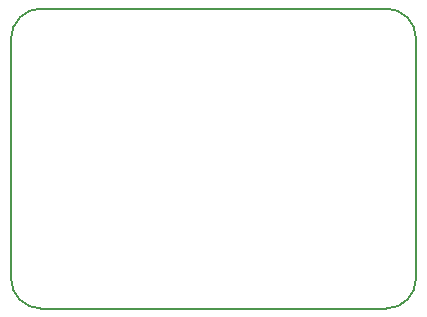
<source format=gbr>
G04 #@! TF.FileFunction,Profile,NP*
%FSLAX46Y46*%
G04 Gerber Fmt 4.6, Leading zero omitted, Abs format (unit mm)*
G04 Created by KiCad (PCBNEW 4.0.6) date Thu Aug 31 18:27:20 2017*
%MOMM*%
%LPD*%
G01*
G04 APERTURE LIST*
%ADD10C,0.100000*%
%ADD11C,0.150000*%
G04 APERTURE END LIST*
D10*
D11*
X124460000Y-113030000D02*
X153670000Y-113030000D01*
X156210000Y-90170000D02*
X156210000Y-110490000D01*
X124460000Y-87630000D02*
X153670000Y-87630000D01*
X121920000Y-90170000D02*
X121920000Y-110490000D01*
X153670000Y-113030000D02*
G75*
G03X156210000Y-110490000I0J2540000D01*
G01*
X156210000Y-90170000D02*
G75*
G03X153670000Y-87630000I-2540000J0D01*
G01*
X121920000Y-110490000D02*
G75*
G03X124460000Y-113030000I2540000J0D01*
G01*
X124460000Y-87630000D02*
G75*
G03X121920000Y-90170000I0J-2540000D01*
G01*
M02*

</source>
